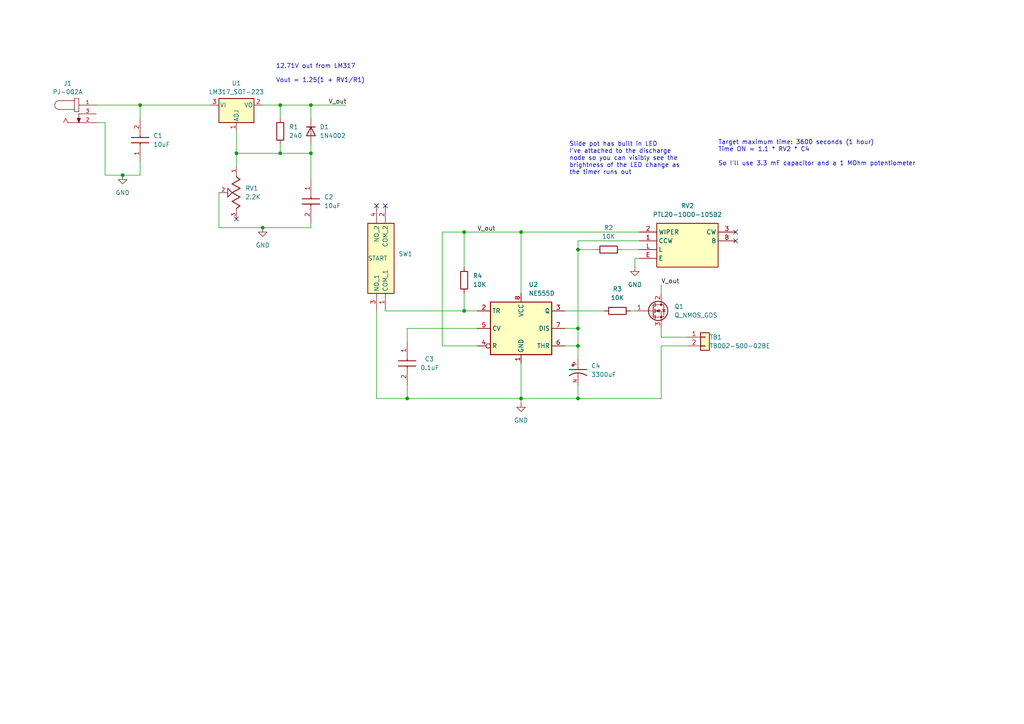
<source format=kicad_sch>
(kicad_sch (version 20230121) (generator eeschema)
  (paper "A4")
  (title_block (title "Adjustable DC Timer Power Supply") (rev "0") (company "Iowa State University"))
  (lib_symbols
    (symbol "3314J-1-222E:3314J-1-222E" (pin_names (offset 1.016))
      (property "Reference" "VR" (at -5.08 10.16 0))
      (property "Value" "3314J-1-222E" (at -5.08 -5.08 0))
      (symbol "3314J-1-222E_0_0"
        (polyline (pts (xy -4.572 0) (xy -5.08 0)) (stroke (width 0.1524)))
        (polyline (pts (xy -3.81 -1.016) (xy -4.572 0)) (stroke (width 0.254)))
        (polyline (pts (xy -2.54 1.27) (xy -3.81 -1.016)) (stroke (width 0.254)))
        (polyline (pts (xy -1.27 -1.016) (xy -2.54 1.27)) (stroke (width 0.254)))
        (polyline (pts (xy -1.27 2.54) (xy 1.27 2.54)) (stroke (width 0.2032)))
        (polyline (pts (xy 0 1.27) (xy -1.27 -1.016)) (stroke (width 0.254)))
        (polyline (pts (xy 0 1.27) (xy -1.27 2.54)) (stroke (width 0.2032)))
        (polyline (pts (xy 1.27 -1.016) (xy 0 1.27)) (stroke (width 0.254)))
        (polyline (pts (xy 1.27 2.54) (xy 0 1.27)) (stroke (width 0.2032)))
        (polyline (pts (xy 2.54 1.27) (xy 1.27 -1.016)) (stroke (width 0.254)))
        (polyline (pts (xy 3.81 -1.016) (xy 2.54 1.27)) (stroke (width 0.254)))
        (polyline (pts (xy 4.572 0) (xy 3.81 -1.016)) (stroke (width 0.254)))
        (polyline (pts (xy 5.08 0) (xy 4.572 0)) (stroke (width 0.1524)))
        (pin passive line (at -7.62 0 0) (length 2.54) (name "~") (number "1"))
        (pin passive line (at 0 5.08 270) (length 2.54) (name "~") (number "2"))
        (pin passive line (at 7.62 0 180) (length 2.54) (name "~") (number "3"))
      )
    )
    (symbol "C0805C104K5RAC-TU:C0805C104K5RAC-TU" (pin_names hide)
      (property "Reference" "C" (at 8.89 6.35 0))
      (property "Value" "C0805C104K5RAC-TU" (at 8.89 3.81 0))
      (symbol "C0805C104K5RAC-TU_1_1"
        (polyline (pts (xy 5.08 0) (xy 5.588 0)) (stroke (width 0.254)))
        (polyline (pts (xy 5.588 2.54) (xy 5.588 -2.54)) (stroke (width 0.254)))
        (polyline (pts (xy 7.112 0) (xy 7.62 0)) (stroke (width 0.254)))
        (polyline (pts (xy 7.112 2.54) (xy 7.112 -2.54)) (stroke (width 0.254)))
        (pin passive line (at 0 0 0) (length 5.08) (name "1") (number "1"))
        (pin passive line (at 12.7 0 180) (length 5.08) (name "2") (number "2"))
      )
    )
    (symbol "C0805C106K4PACTU:C0805C106K4PACTU" (pin_names hide)
      (property "Reference" "C" (at 8.89 6.35 0))
      (property "Value" "C0805C106K4PACTU" (at 8.89 3.81 0))
      (symbol "C0805C106K4PACTU_1_1"
        (polyline (pts (xy 5.08 0) (xy 5.588 0)) (stroke (width 0.254)))
        (polyline (pts (xy 5.588 2.54) (xy 5.588 -2.54)) (stroke (width 0.254)))
        (polyline (pts (xy 7.112 0) (xy 7.62 0)) (stroke (width 0.254)))
        (polyline (pts (xy 7.112 2.54) (xy 7.112 -2.54)) (stroke (width 0.254)))
        (pin passive line (at 0 0 0) (length 5.08) (name "1") (number "1"))
        (pin passive line (at 12.7 0 180) (length 5.08) (name "2") (number "2"))
      )
    )
    (symbol "Connector_Generic:Conn_01x02" (pin_names (offset 1.016) hide)
      (property "Reference" "J" (at 0 2.54 0))
      (property "Value" "Conn_01x02" (at 0 -5.08 0))
      (symbol "Conn_01x02_1_1"
        (rectangle (start -1.27 -2.413) (end 0 -2.667) (stroke (width 0.1524)))
        (rectangle (start -1.27 0.127) (end 0 -0.127) (stroke (width 0.1524)))
        (rectangle (start -1.27 1.27) (end 1.27 -3.81) (stroke (width 0.254)) (fill (type background)))
        (pin passive line (at -5.08 0 0) (length 3.81) (name "Pin_1") (number "1"))
        (pin passive line (at -5.08 -2.54 0) (length 3.81) (name "Pin_2") (number "2"))
      )
    )
    (symbol "D6C90F2LFS:D6C90F2LFS"
      (property "Reference" "S" (at 26.67 7.62 0))
      (property "Value" "D6C90F2LFS" (at 26.67 5.08 0))
      (symbol "D6C90F2LFS_1_1"
        (rectangle (start 5.08 2.54) (end 25.4 -5.08) (stroke (width 0.254)) (fill (type background)))
        (pin passive line (at 0 -2.54 0) (length 5.08) (name "COM_1") (number "1"))
        (pin passive line (at 30.48 -2.54 180) (length 5.08) (name "COM_2") (number "2"))
        (pin passive line (at 0 0 0) (length 5.08) (name "NO_1") (number "3"))
        (pin passive line (at 30.48 0 180) (length 5.08) (name "NO_2") (number "4"))
      )
    )
    (symbol "Device:Q_NMOS_GDS" (pin_names (offset 0) hide)
      (property "Reference" "Q" (at 5.08 1.27 0))
      (property "Value" "Q_NMOS_GDS" (at 5.08 -1.27 0))
      (symbol "Q_NMOS_GDS_0_1"
        (polyline (pts (xy 0.254 0) (xy -2.54 0)))
        (polyline (pts (xy 0.254 1.905) (xy 0.254 -1.905)) (stroke (width 0.254)))
        (polyline (pts (xy 0.762 -1.27) (xy 0.762 -2.286)) (stroke (width 0.254)))
        (polyline (pts (xy 0.762 0.508) (xy 0.762 -0.508)) (stroke (width 0.254)))
        (polyline (pts (xy 0.762 2.286) (xy 0.762 1.27)) (stroke (width 0.254)))
        (polyline (pts (xy 2.54 2.54) (xy 2.54 1.778)))
        (polyline (pts (xy 2.54 -2.54) (xy 2.54 0) (xy 0.762 0)))
        (polyline (pts (xy 0.762 -1.778) (xy 3.302 -1.778) (xy 3.302 1.778) (xy 0.762 1.778)))
        (polyline (pts (xy 1.016 0) (xy 2.032 0.381) (xy 2.032 -0.381) (xy 1.016 0)) (fill (type outline)))
        (polyline (pts (xy 2.794 0.508) (xy 2.921 0.381) (xy 3.683 0.381) (xy 3.81 0.254)))
        (polyline (pts (xy 3.302 0.381) (xy 2.921 -0.254) (xy 3.683 -0.254) (xy 3.302 0.381)))
        (circle (center 1.651 0) (radius 2.794) (stroke (width 0.254)))
        (circle (center 2.54 -1.778) (radius 0.254) (fill (type outline)))
        (circle (center 2.54 1.778) (radius 0.254) (fill (type outline)))
      )
      (symbol "Q_NMOS_GDS_1_1"
        (pin input line (at -5.08 0 0) (length 2.54) (name "G") (number "1"))
        (pin passive line (at 2.54 5.08 270) (length 2.54) (name "D") (number "2"))
        (pin passive line (at 2.54 -5.08 90) (length 2.54) (name "S") (number "3"))
      )
    )
    (symbol "Device:R" (pin_numbers hide) (pin_names (offset 0))
      (property "Reference" "R" (at 2.032 0 90))
      (property "Value" "R" (at 0 0 90))
      (symbol "R_0_1"
        (rectangle (start -1.016 -2.54) (end 1.016 2.54) (stroke (width 0.254)))
      )
      (symbol "R_1_1"
        (pin passive line (at 0 3.81 270) (length 1.27) (name "~") (number "1"))
        (pin passive line (at 0 -3.81 90) (length 1.27) (name "~") (number "2"))
      )
    )
    (symbol "Diode:1N4002" (pin_numbers hide) (pin_names hide)
      (property "Reference" "D" (at 0 2.54 0))
      (property "Value" "1N4002" (at 0 -2.54 0))
      (symbol "1N4002_0_1"
        (polyline (pts (xy -1.27 1.27) (xy -1.27 -1.27)) (stroke (width 0.254)))
        (polyline (pts (xy 1.27 0) (xy -1.27 0)))
        (polyline (pts (xy 1.27 1.27) (xy 1.27 -1.27) (xy -1.27 0) (xy 1.27 1.27)) (stroke (width 0.254)))
      )
      (symbol "1N4002_1_1"
        (pin passive line (at -3.81 0 0) (length 2.54) (name "K") (number "1"))
        (pin passive line (at 3.81 0 180) (length 2.54) (name "A") (number "2"))
      )
    )
    (symbol "ECA-1CHG332:ECA1CHG332" (pin_names (offset 1.016))
      (property "Reference" "C" (at -2.54 3.81 0))
      (property "Value" "ECA1CHG332" (at -2.54 -5.08 0))
      (symbol "ECA1CHG332_0_0"
        (rectangle (start -1.173 -1.532) (end -0.284 -1.405) (stroke (width 0.1)) (fill (type outline)))
        (rectangle (start -0.792 -1.913) (end -0.665 -1.024) (stroke (width 0.1)) (fill (type outline)))
        (polyline (pts (xy 0 0) (xy 0.508 0)) (stroke (width 0.1524)))
        (polyline (pts (xy 0.508 0) (xy 0.508 -2.54)) (stroke (width 0.254)))
        (polyline (pts (xy 0.508 2.54) (xy 0.508 0)) (stroke (width 0.254)))
        (polyline (pts (xy 2.54 0) (xy 1.524 0)) (stroke (width 0.1524)))
        (arc (start 2.286 2.54) (mid 1.4851 0) (end 2.286 -2.54) (stroke (width 0.254)))
        (pin passive line (at 5.08 0 180) (length 2.54) (name "~") (number "N"))
        (pin passive line (at -2.54 0 0) (length 2.54) (name "~") (number "P"))
      )
    )
    (symbol "PJ-002A:PJ-002A" (pin_names (offset 1.016))
      (property "Reference" "J" (at -7.6212 5.0808 0))
      (property "Value" "PJ-002A" (at -7.6324 -5.0882 0))
      (symbol "PJ-002A_0_0"
        (arc (start -5.715 3.81) (mid -6.9795 2.54) (end -5.715 1.27) (stroke (width 0.1524)))
        (polyline (pts (xy -5.715 3.81) (xy -1.27 3.81)) (stroke (width 0.1524)))
        (polyline (pts (xy -3.81 -1.27) (xy -4.445 -2.54)) (stroke (width 0.1524)))
        (polyline (pts (xy -3.175 -2.54) (xy -3.81 -1.27)) (stroke (width 0.1524)))
        (polyline (pts (xy -1.27 0.635) (xy 0 0.635)) (stroke (width 0.1524)))
        (polyline (pts (xy -1.27 1.27) (xy -5.715 1.27)) (stroke (width 0.1524)))
        (polyline (pts (xy -1.27 1.27) (xy -1.27 0.635)) (stroke (width 0.1524)))
        (polyline (pts (xy -1.27 3.81) (xy -1.27 1.27)) (stroke (width 0.1524)))
        (polyline (pts (xy -1.27 4.445) (xy -1.27 3.81)) (stroke (width 0.1524)))
        (polyline (pts (xy 0 -2.54) (xy -3.175 -2.54)) (stroke (width 0.1524)))
        (polyline (pts (xy 0 0) (xy 0 -2.54)) (stroke (width 0.1524)))
        (polyline (pts (xy 0 0.635) (xy 0 4.445)) (stroke (width 0.1524)))
        (polyline (pts (xy 0 4.445) (xy -1.27 4.445)) (stroke (width 0.1524)))
        (polyline (pts (xy 0 -2.54) (xy -0.508 -1.27) (xy 0.508 -1.27) (xy 0 -2.54)) (stroke (width 0.1524)) (fill (type outline)))
        (pin passive line (at 5.08 2.54 180) (length 5.08) (name "~") (number "1"))
        (pin passive line (at 5.08 -2.54 180) (length 5.08) (name "~") (number "2"))
        (pin passive line (at 5.08 0 180) (length 5.08) (name "~") (number "3"))
      )
    )
    (symbol "PTL-Slide-Pot:PTL30-15G0-104B2"
      (property "Reference" "RV2" (at 13.97 7.62 0))
      (property "Value" "PTL20-10O0-105B2" (at 13.97 5.08 0))
      (symbol "PTL30-15G0-104B2_1_1"
        (rectangle (start 5.08 2.54) (end 22.86 -10.16) (stroke (width 0.254)) (fill (type background)))
        (pin passive line (at 0 -2.54 0) (length 5.08) (name "CCW") (number "1"))
        (pin passive line (at 0 0 0) (length 5.08) (name "WIPER") (number "2"))
        (pin passive line (at 27.94 0 180) (length 5.08) (name "CW") (number "3"))
        (pin passive line (at 27.94 -2.54 180) (length 5.08) (name "B") (number "B"))
        (pin passive line (at 0 -7.62 0) (length 5.08) (name "E") (number "E"))
        (pin passive line (at 0 -5.08 0) (length 5.08) (name "L") (number "L"))
      )
    )
    (symbol "Regulator_Linear:LM317_SOT-223" (pin_names (offset 0.254))
      (property "Reference" "U" (at -3.81 3.175 0))
      (property "Value" "LM317_SOT-223" (at 0 3.175 0))
      (symbol "LM317_SOT-223_0_1"
        (rectangle (start -5.08 1.905) (end 5.08 -5.08) (stroke (width 0.254)) (fill (type background)))
      )
      (symbol "LM317_SOT-223_1_1"
        (pin input line (at 0 -7.62 90) (length 2.54) (name "ADJ") (number "1"))
        (pin power_out line (at 7.62 0 180) (length 2.54) (name "VO") (number "2"))
        (pin power_in line (at -7.62 0 0) (length 2.54) (name "VI") (number "3"))
      )
    )
    (symbol "Timer:NE555D"
      (property "Reference" "U" (at -10.16 8.89 0))
      (property "Value" "NE555D" (at 2.54 8.89 0))
      (symbol "NE555D_0_0"
        (pin power_in line (at 0 -10.16 90) (length 2.54) (name "GND") (number "1"))
        (pin power_in line (at 0 10.16 270) (length 2.54) (name "VCC") (number "8"))
      )
      (symbol "NE555D_0_1"
        (rectangle (start -8.89 -7.62) (end 8.89 7.62) (stroke (width 0.254)) (fill (type background)))
        (rectangle (start -8.89 -7.62) (end 8.89 7.62) (stroke (width 0.254)) (fill (type background)))
      )
      (symbol "NE555D_1_1"
        (pin input line (at -12.7 5.08 0) (length 3.81) (name "TR") (number "2"))
        (pin output line (at 12.7 5.08 180) (length 3.81) (name "Q") (number "3"))
        (pin input inverted (at -12.7 -5.08 0) (length 3.81) (name "R") (number "4"))
        (pin input line (at -12.7 0 0) (length 3.81) (name "CV") (number "5"))
        (pin input line (at 12.7 -5.08 180) (length 3.81) (name "THR") (number "6"))
        (pin input line (at 12.7 0 180) (length 3.81) (name "DIS") (number "7"))
      )
    )
    (symbol "power:GND" (power) (pin_names (offset 0))
      (property "Value" "GND" (at 0 -3.81 0))
      (symbol "GND_0_1"
        (polyline (pts (xy 0 0) (xy 0 -1.27) (xy 1.27 -1.27) (xy 0 -2.54) (xy -1.27 -1.27) (xy 0 -1.27)))
      )
      (symbol "GND_1_1"
        (pin power_in line (at 0 0 270) (length 0) hide (name "GND") (number "1"))
      )
    )
  )
  (junction (at 151.13 67.31))
  (junction (at 167.64 95.25))
  (junction (at 118.11 115.57))
  (junction (at 81.28 44.45))
  (junction (at 134.62 67.31))
  (junction (at 90.17 30.48))
  (junction (at 76.2 66.04))
  (junction (at 81.28 30.48))
  (junction (at 167.64 115.57))
  (junction (at 35.56 50.8))
  (junction (at 134.62 90.17))
  (junction (at 167.64 100.33))
  (junction (at 151.13 115.57))
  (junction (at 68.58 44.45))
  (junction (at 167.64 72.39))
  (junction (at 90.17 44.45))
  (junction (at 40.64 30.48))
  (no_connect (at 68.58 63.5))
  (no_connect (at 213.36 69.85))
  (no_connect (at 109.22 59.69))
  (no_connect (at 111.76 59.69))
  (no_connect (at 213.36 67.31))
  (wire (pts (xy 167.64 95.25) (xy 167.64 100.33)))
  (wire (pts (xy 151.13 105.41) (xy 151.13 115.57)))
  (wire (pts (xy 191.77 100.33) (xy 199.39 100.33)))
  (wire (pts (xy 90.17 30.48) (xy 90.17 34.29)))
  (wire (pts (xy 63.5 55.88) (xy 63.5 66.04)))
  (wire (pts (xy 68.58 38.1) (xy 68.58 44.45)))
  (wire (pts (xy 182.88 90.17) (xy 184.15 90.17)))
  (wire (pts (xy 185.42 69.85) (xy 167.64 69.85)))
  (wire (pts (xy 134.62 67.31) (xy 134.62 77.47)))
  (wire (pts (xy 30.48 35.56) (xy 27.94 35.56)))
  (wire (pts (xy 40.64 30.48) (xy 60.96 30.48)))
  (wire (pts (xy 109.22 115.57) (xy 118.11 115.57)))
  (wire (pts (xy 76.2 30.48) (xy 81.28 30.48)))
  (wire (pts (xy 118.11 115.57) (xy 151.13 115.57)))
  (wire (pts (xy 151.13 67.31) (xy 151.13 85.09)))
  (wire (pts (xy 118.11 111.76) (xy 118.11 115.57)))
  (wire (pts (xy 76.2 66.04) (xy 90.17 66.04)))
  (wire (pts (xy 40.64 50.8) (xy 35.56 50.8)))
  (wire (pts (xy 191.77 82.55) (xy 191.77 85.09)))
  (wire (pts (xy 128.27 100.33) (xy 138.43 100.33)))
  (wire (pts (xy 167.64 111.76) (xy 167.64 115.57)))
  (wire (pts (xy 185.42 67.31) (xy 151.13 67.31)))
  (wire (pts (xy 118.11 95.25) (xy 118.11 99.06)))
  (wire (pts (xy 63.5 66.04) (xy 76.2 66.04)))
  (wire (pts (xy 111.76 90.17) (xy 134.62 90.17)))
  (wire (pts (xy 151.13 115.57) (xy 151.13 116.84)))
  (wire (pts (xy 81.28 44.45) (xy 81.28 41.91)))
  (wire (pts (xy 68.58 44.45) (xy 81.28 44.45)))
  (wire (pts (xy 81.28 44.45) (xy 90.17 44.45)))
  (wire (pts (xy 134.62 67.31) (xy 151.13 67.31)))
  (wire (pts (xy 81.28 30.48) (xy 90.17 30.48)))
  (wire (pts (xy 90.17 30.48) (xy 100.33 30.48)))
  (wire (pts (xy 191.77 97.79) (xy 199.39 97.79)))
  (wire (pts (xy 27.94 30.48) (xy 40.64 30.48)))
  (wire (pts (xy 30.48 50.8) (xy 35.56 50.8)))
  (wire (pts (xy 109.22 90.17) (xy 109.22 115.57)))
  (wire (pts (xy 90.17 44.45) (xy 90.17 52.07)))
  (wire (pts (xy 90.17 41.91) (xy 90.17 44.45)))
  (wire (pts (xy 180.34 72.39) (xy 185.42 72.39)))
  (wire (pts (xy 163.83 95.25) (xy 167.64 95.25)))
  (wire (pts (xy 81.28 30.48) (xy 81.28 34.29)))
  (wire (pts (xy 90.17 66.04) (xy 90.17 64.77)))
  (wire (pts (xy 167.64 72.39) (xy 172.72 72.39)))
  (wire (pts (xy 185.42 74.93) (xy 184.15 74.93)))
  (wire (pts (xy 128.27 67.31) (xy 128.27 100.33)))
  (wire (pts (xy 40.64 30.48) (xy 40.64 34.29)))
  (wire (pts (xy 118.11 95.25) (xy 138.43 95.25)))
  (wire (pts (xy 167.64 100.33) (xy 167.64 104.14)))
  (wire (pts (xy 134.62 90.17) (xy 138.43 90.17)))
  (wire (pts (xy 191.77 95.25) (xy 191.77 97.79)))
  (wire (pts (xy 128.27 67.31) (xy 134.62 67.31)))
  (wire (pts (xy 167.64 69.85) (xy 167.64 72.39)))
  (wire (pts (xy 184.15 74.93) (xy 184.15 77.47)))
  (wire (pts (xy 151.13 115.57) (xy 167.64 115.57)))
  (wire (pts (xy 40.64 46.99) (xy 40.64 50.8)))
  (wire (pts (xy 134.62 85.09) (xy 134.62 90.17)))
  (wire (pts (xy 163.83 90.17) (xy 175.26 90.17)))
  (wire (pts (xy 30.48 35.56) (xy 30.48 50.8)))
  (wire (pts (xy 167.64 72.39) (xy 167.64 95.25)))
  (wire (pts (xy 68.58 48.26) (xy 68.58 44.45)))
  (wire (pts (xy 167.64 115.57) (xy 191.77 115.57)))
  (wire (pts (xy 191.77 115.57) (xy 191.77 100.33)))
  (wire (pts (xy 163.83 100.33) (xy 167.64 100.33)))
  (text "Slide pot has built in LED\nI've attached to the discharge\nnode so you can visibly see the \nbrightness of the LED change as\nthe timer runs out" (at 165.1 50.8 0) (effects (font (size 1.27 1.27)) (justify left bottom)))
  (text "Target maximum time: 3600 seconds (1 hour)\nTime ON = 1.1 * RV2 * C4\n\nSo I'll use 3.3 mF capacitor and a 1 MOhm potentiometer" (at 208.28 48.26 0) (effects (font (size 1.27 1.27)) (justify left bottom)))
  (text "12.71V out from LM317\n\nVout = 1.25(1 + RV1/R1)" (at 80.01 24.13 0) (effects (font (size 1.27 1.27)) (justify left bottom)))
  (label "V_out" (at 138.43 67.31 0))
  (label "V_out" (at 95.25 30.48 0))
  (label "V_out" (at 191.77 82.55 0))
  (symbol (lib_id "power:GND") (at 35.56 50.8 0) (unit 1)
    (property "Reference" "#PWR03" (effects hide))
    (property "Value" "GND" (at 35.56 55.88 0))
  )
  (symbol (lib_id "power:GND") (at 151.13 116.84 0) (unit 1)
    (property "Reference" "#PWR01" (effects hide))
    (property "Value" "GND" (at 151.13 121.92 0))
  )
  (symbol (lib_id "ECA-1CHG332:ECA1CHG332") (at 167.64 106.68 270) (unit 1)
    (property "Reference" "C4" (at 171.45 106.1066 90) (effects (justify left)))
    (property "Value" "3300uF" (at 171.45 108.6466 90) (effects (justify left)))
    (property "Footprint" "3300uF Capacitor - ECA-1CHG332:ECA-1CHG332" (effects hide))
    (property "DigiKey_Part_Number" "P5535-ND" (effects hide))
    (property "MF" "Panasonic" (effects hide))
    (property "b_max" "0.65" (effects hide))
    (property "DESCRIPTION" "NHG-A" (effects hide))
    (property "Package" "RADIAL-2 Panasonic" (effects hide))
    (property "b_nom" "0.6" (effects hide))
    (property "Check_prices" "https://www.snapeda.com/parts/ECA1CHG332/Panasonic/view-part/?ref=eda" (effects hide))
    (property "SnapEDA_Link" "https://www.snapeda.com/parts/ECA1CHG332/Panasonic/view-part/?ref=snap" (effects hide))
    (property "PARTREV" "20-DEC-19" (effects hide))
    (property "A_max" "25" (effects hide))
    (property "MP" "ECA1CHG332" (effects hide))
    (property "D_nom" "12.5" (effects hide))
    (property "e_nom" "5" (effects hide))
    (property "Description" "\nCap Aluminum 3300uF 16V 20% (12.5 X 25mm) Radial Aluminum Cylindrical Can 5mm 1170mA 2000 hr 105°C Bulk\n" (effects hide))
    (property "Purchase-URL" "https://www.snapeda.com/api/url_track_click_mouser/?unipart_id=5788928&manufacturer=Panasonic&part_name=ECA1CHG332&search_term=None" (effects hide))
  )
  (symbol (lib_id "Device:R") (at 134.62 81.28 180) (unit 1)
    (property "Reference" "R4" (at 137.16 80.01 0) (effects (justify right)))
    (property "Value" "10K" (at 137.16 82.55 0) (effects (justify right)))
    (property "Footprint" "Resistor_SMD:R_0805_2012Metric_Pad1.20x1.40mm_HandSolder" (effects hide))
  )
  (symbol (lib_id "D6C90F2LFS:D6C90F2LFS") (at 109.22 90.17 90) (unit 1)
    (property "Reference" "SW1" (at 115.57 73.66 90) (effects (justify right)))
    (property "Value" "START" (at 106.68 74.93 90) (effects (justify right)))
    (property "Footprint" "Pushbutton Switch - D6C90 F2 LFS:D6C90F2LFS" (effects hide))
    (property "Datasheet" "https://www.ckswitches.com/media/1341/d6.pdf" (effects hide))
    (property "Height" "11.3" (effects hide))
    (property "Manufacturer_Name" "C & K COMPONENTS" (effects hide))
    (property "Manufacturer_Part_Number" "D6C90F2LFS" (effects hide))
    (property "Mouser Part Number" "611-D6C90F2LFS" (effects hide))
    (property "Mouser Price/Stock" "https://www.mouser.co.uk/ProductDetail/CK/D6C90F2LFS?qs=sb%252But3Lm4x04fgFSphkl1Q%3D%3D" (effects hide))
  )
  (symbol (lib_id "Timer:NE555D") (at 151.13 95.25 0) (unit 1)
    (property "Reference" "U2" (at 153.3241 82.55 0) (effects (justify left)))
    (property "Value" "NE555D" (at 153.3241 85.09 0) (effects (justify left)))
    (property "Footprint" "555 Timer - NED555R:SOIC127P600X175-8N" (effects hide))
    (property "Datasheet" "http://www.ti.com/lit/ds/symlink/ne555.pdf" (effects hide))
  )
  (symbol (lib_id "Diode:1N4002") (at 90.17 38.1 270) (unit 1)
    (property "Reference" "D1" (at 92.71 36.83 90) (effects (justify left)))
    (property "Value" "1N4002" (at 92.71 39.37 90) (effects (justify left)))
    (property "Footprint" "Diode_THT:D_DO-41_SOD81_P10.16mm_Horizontal" (effects hide))
    (property "Datasheet" "http://www.vishay.com/docs/88503/1n4001.pdf" (effects hide))
    (property "Sim.Device" "D" (effects hide))
    (property "Sim.Pins" "1=K 2=A" (effects hide))
  )
  (symbol (lib_id "PJ-002A:PJ-002A") (at 22.86 33.02 0) (unit 1)
    (property "Reference" "J1" (at 19.6242 24.13 0))
    (property "Value" "PJ-002A" (at 19.6242 26.67 0))
    (property "Footprint" "Power Jack - PJ-002A:PJ-002A" (effects hide))
    (property "DigiKey_Part_Number" "CP-002A-ND" (effects hide))
    (property "MF" "CUI Devices" (effects hide))
    (property "Purchase-URL" "https://www.snapeda.com/api/url_track_click_mouser/?unipart_id=287588&manufacturer=CUI Devices&part_name=PJ-002A&search_term=None" (effects hide))
    (property "Package" "None" (effects hide))
    (property "Check_prices" "https://www.snapeda.com/parts/PJ-002A/CUI+Devices/view-part/?ref=eda" (effects hide))
    (property "STANDARD" "Manufacturer recommendations" (effects hide))
    (property "SnapEDA_Link" "https://www.snapeda.com/parts/PJ-002A/CUI+Devices/view-part/?ref=snap" (effects hide))
    (property "MP" "PJ-002A" (effects hide))
    (property "Description" "2.0 x 6.5 mm, 2.5 A, Horizontal, Through Hole, Dc Power Jack Connector" (effects hide))
    (property "CUI_purchase_URL" "https://www.cuidevices.com/product/interconnect/connectors/dc-power-connectors/jacks/pj-002a?utm_source=snapeda.com&utm_medium=referral&utm_campaign=snapedaBOM" (effects hide))
    (property "MANUFACTURER" "CUI INC" (effects hide))
  )
  (symbol (lib_id "C0805C106K4PACTU:C0805C106K4PACTU") (at 90.17 52.07 270) (unit 1)
    (property "Reference" "C2" (at 93.98 57.15 90) (effects (justify left)))
    (property "Value" "10uF" (at 93.98 59.69 90) (effects (justify left)))
    (property "Footprint" "Capacitor_SMD:C_0805_2012Metric_Pad1.18x1.45mm_HandSolder" (effects hide))
    (property "Datasheet" "https://content.kemet.com/datasheets/KEM_C1006_X5R_SMD.pdf" (effects hide))
    (property "Height" "1.1" (effects hide))
    (property "Manufacturer_Name" "KEMET" (effects hide))
    (property "Manufacturer_Part_Number" "C0805C106K4PACTU" (effects hide))
    (property "Mouser Part Number" "80-C0805C106K4P" (effects hide))
    (property "Mouser Price/Stock" "https://www.mouser.co.uk/ProductDetail/KEMET/C0805C106K4PACTU?qs=LOQsJ2JwiRQzQlGR%2F0Z13g%3D%3D" (effects hide))
    (property "Arrow Part Number" "C0805C106K4PACTU" (effects hide))
    (property "Arrow Price/Stock" "https://www.arrow.com/en/products/c0805c106k4pactu/kemet-corporation" (effects hide))
  )
  (symbol (lib_id "Device:R") (at 176.53 72.39 90) (unit 1)
    (property "Reference" "R2" (at 176.53 66.04 90))
    (property "Value" "10K" (at 176.53 68.58 90))
    (property "Footprint" "Resistor_SMD:R_0805_2012Metric_Pad1.20x1.40mm_HandSolder" (effects hide))
  )
  (symbol (lib_id "Device:R") (at 81.28 38.1 0) (unit 1)
    (property "Reference" "R1" (at 83.82 36.83 0) (effects (justify left)))
    (property "Value" "240" (at 83.82 39.37 0) (effects (justify left)))
    (property "Footprint" "Resistor_SMD:R_0805_2012Metric_Pad1.20x1.40mm_HandSolder" (effects hide))
  )
  (symbol (lib_id "Regulator_Linear:LM317_SOT-223") (at 68.58 30.48 0) (unit 1)
    (property "Reference" "U1" (at 68.58 24.13 0))
    (property "Value" "LM317_SOT-223" (at 68.58 26.67 0))
    (property "Footprint" "Package_TO_SOT_THT:TO-220-3_Vertical" (effects hide))
    (property "Datasheet" "http://www.ti.com/lit/ds/symlink/lm317.pdf" (effects hide))
  )
  (symbol (lib_id "Device:R") (at 179.07 90.17 90) (unit 1)
    (property "Reference" "R3" (at 179.07 83.82 90))
    (property "Value" "10K" (at 179.07 86.36 90))
    (property "Footprint" "Resistor_SMD:R_0805_2012Metric_Pad1.20x1.40mm_HandSolder" (effects hide))
  )
  (symbol (lib_id "C0805C106K4PACTU:C0805C106K4PACTU") (at 40.64 46.99 90) (unit 1)
    (property "Reference" "C1" (at 44.45 39.37 90) (effects (justify right)))
    (property "Value" "10uF" (at 44.45 41.91 90) (effects (justify right)))
    (property "Footprint" "Capacitor_SMD:C_0805_2012Metric_Pad1.18x1.45mm_HandSolder" (effects hide))
    (property "Datasheet" "https://content.kemet.com/datasheets/KEM_C1006_X5R_SMD.pdf" (effects hide))
    (property "Height" "1.1" (effects hide))
    (property "Manufacturer_Name" "KEMET" (effects hide))
    (property "Manufacturer_Part_Number" "C0805C106K4PACTU" (effects hide))
    (property "Mouser Part Number" "80-C0805C106K4P" (effects hide))
    (property "Mouser Price/Stock" "https://www.mouser.co.uk/ProductDetail/KEMET/C0805C106K4PACTU?qs=LOQsJ2JwiRQzQlGR%2F0Z13g%3D%3D" (effects hide))
    (property "Arrow Part Number" "C0805C106K4PACTU" (effects hide))
    (property "Arrow Price/Stock" "https://www.arrow.com/en/products/c0805c106k4pactu/kemet-corporation" (effects hide))
  )
  (symbol (lib_id "Connector_Generic:Conn_01x02") (at 204.47 97.79 0) (unit 1)
    (property "Reference" "TB1" (at 205.74 97.79 0) (effects (justify left)))
    (property "Value" "TB002-500-02BE" (at 205.74 100.33 0) (effects (justify left)))
    (property "Footprint" "Terminal Block - TB002-500-02BE:CUI_TB002-500-02BE" (effects hide))
  )
  (symbol (lib_id "PTL-Slide-Pot:PTL30-15G0-104B2") (at 185.42 67.31 0) (unit 1)
    (property "Reference" "RV2" (at 199.39 59.69 0))
    (property "Value" "PTL20-10O0-105B2" (at 199.39 62.23 0))
    (property "Footprint" "Slide Potentiometer - PTL20-100O-105B2:PTL20-10O0-105B2" (effects hide))
    (property "Datasheet" "https://www.bourns.com/docs/Product-Datasheets/PTL.pdf" (effects hide))
    (property "Height" "23" (effects hide))
    (property "Manufacturer_Name" "Bourns" (effects hide))
    (property "Manufacturer_Part_Number" "PTL30-15G0-104B2" (effects hide))
    (property "Mouser Part Number" "652-PTL30-15G0-104B2" (effects hide))
    (property "Mouser Price/Stock" "https://www.mouser.co.uk/ProductDetail/Bourns/PTL30-15G0-104B2?qs=VmSL4%2F2sNcwq1bpY7dxsOA%3D%3D" (effects hide))
  )
  (symbol (lib_id "C0805C104K5RAC-TU:C0805C104K5RAC-TU") (at 118.11 99.06 270) (unit 1)
    (property "Reference" "C3" (at 123.19 104.14 90) (effects (justify left)))
    (property "Value" "0.1uF" (at 121.92 106.68 90) (effects (justify left)))
    (property "Footprint" "Capacitor_SMD:C_0805_2012Metric_Pad1.18x1.45mm_HandSolder" (effects hide))
    (property "Datasheet" "https://componentsearchengine.com/Datasheets/2/C0805C104K5RAC-TU.pdf" (effects hide))
    (property "Height" "0.88" (effects hide))
    (property "Manufacturer_Name" "KEMET" (effects hide))
    (property "Manufacturer_Part_Number" "C0805C104K5RAC-TU" (effects hide))
    (property "Arrow Part Number" "C0805C104K5RAC-TU" (effects hide))
    (property "Arrow Price/Stock" "https://www.arrow.com/en/products/c0805c104k5ractu/kemet-corporation" (effects hide))
  )
  (symbol (lib_id "power:GND") (at 184.15 77.47 0) (unit 1)
    (property "Reference" "#PWR04" (effects hide))
    (property "Value" "GND" (at 184.15 82.55 0))
  )
  (symbol (lib_id "power:GND") (at 76.2 66.04 0) (unit 1)
    (property "Reference" "#PWR02" (effects hide))
    (property "Value" "GND" (at 76.2 71.12 0))
  )
  (symbol (lib_id "3314J-1-222E:3314J-1-222E") (at 68.58 55.88 90) (mirror x) (unit 1)
    (property "Reference" "RV1" (at 71.12 54.61 90) (effects (justify right)))
    (property "Value" "2.2K" (at 71.12 57.15 90) (effects (justify right)))
    (property "Footprint" "SMD Trimmer Potentiometer - 3314J-1-222E:TRIM_3314J-1-222E" (effects hide))
    (property "DigiKey_Part_Number" "118-3314J-1-222ETR-ND" (effects hide))
    (property "MF" "Bourns" (effects hide))
    (property "Purchase-URL" "https://www.snapeda.com/api/url_track_click_mouser/?unipart_id=1475053&manufacturer=Bourns&part_name=3314J-1-222E&search_term=None" (effects hide))
    (property "Package" "DFN-8 Bourns" (effects hide))
    (property "Check_prices" "https://www.snapeda.com/parts/3314J-1-222E/Bourns/view-part/?ref=eda" (effects hide))
    (property "STANDARD" "Manufacturer Recommendation" (effects hide))
    (property "SnapEDA_Link" "https://www.snapeda.com/parts/3314J-1-222E/Bourns/view-part/?ref=snap" (effects hide))
    (property "MP" "3314J-1-222E" (effects hide))
    (property "Description" "\n2.2 kOhms 0.25W, 1/4W J Lead Surface Mount Trimmer Potentiometer Cermet 1.0 Turn Top Adjustment\n" (effects hide))
    (property "MANUFACTURER" "Bourns" (effects hide))
  )
  (symbol (lib_id "Device:Q_NMOS_GDS") (at 189.23 90.17 0) (unit 1)
    (property "Reference" "Q1" (at 195.58 88.9 0) (effects (justify left)))
    (property "Value" "Q_NMOS_GDS" (at 195.58 91.44 0) (effects (justify left)))
    (property "Footprint" "Package_TO_SOT_THT:TO-220-3_Vertical" (effects hide))
  )
)
</source>
